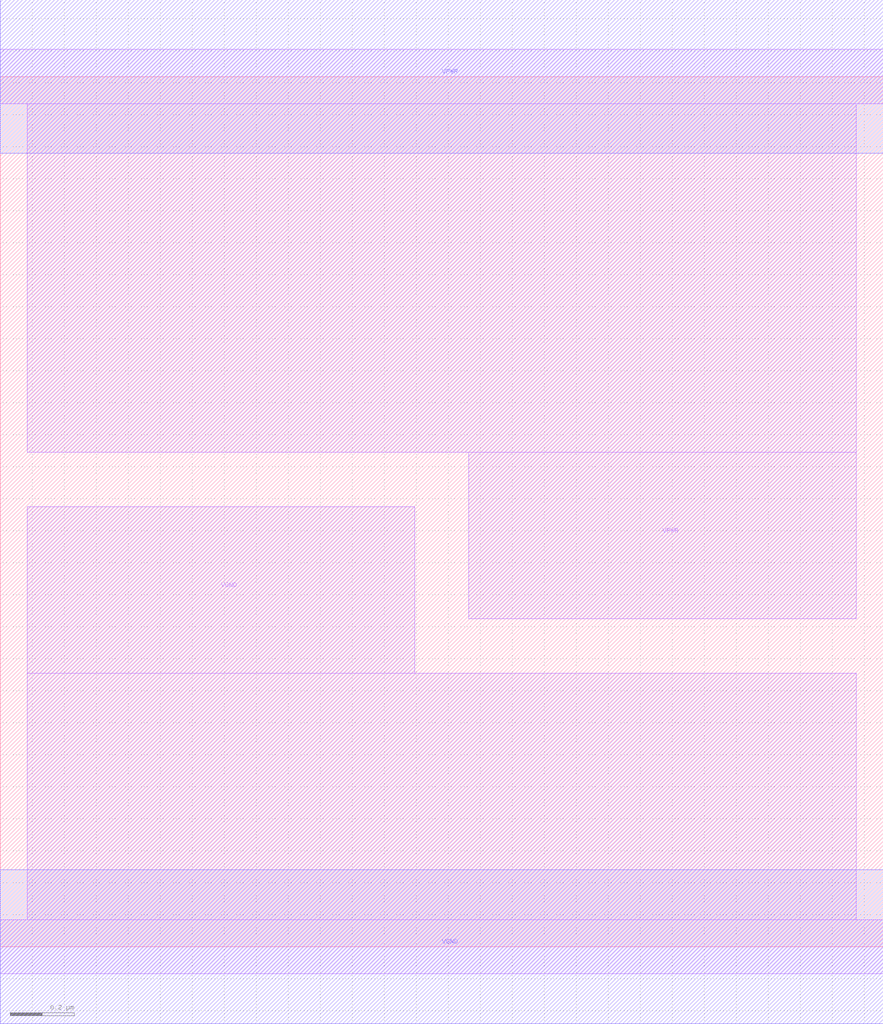
<source format=lef>
# Copyright 2020 The SkyWater PDK Authors
#
# Licensed under the Apache License, Version 2.0 (the "License");
# you may not use this file except in compliance with the License.
# You may obtain a copy of the License at
#
#     https://www.apache.org/licenses/LICENSE-2.0
#
# Unless required by applicable law or agreed to in writing, software
# distributed under the License is distributed on an "AS IS" BASIS,
# WITHOUT WARRANTIES OR CONDITIONS OF ANY KIND, either express or implied.
# See the License for the specific language governing permissions and
# limitations under the License.
#
# SPDX-License-Identifier: Apache-2.0

VERSION 5.5 ;
NAMESCASESENSITIVE ON ;
BUSBITCHARS "[]" ;
DIVIDERCHAR "/" ;
MACRO sky130_fd_sc_hd__decap_6
  CLASS CORE ;
  SOURCE USER ;
  ORIGIN  0.000000  0.000000 ;
  SIZE  2.760000 BY  2.720000 ;
  SYMMETRY X Y R90 ;
  SITE unithd ;
  PIN VGND
    DIRECTION INOUT ;
    SHAPE ABUTMENT ;
    USE GROUND ;
    PORT
      LAYER li1 ;
        RECT 0.000000 -0.085000 2.760000 0.085000 ;
        RECT 0.085000  0.085000 2.675000 0.855000 ;
        RECT 0.085000  0.855000 1.295000 1.375000 ;
    END
    PORT
      LAYER met1 ;
        RECT 0.000000 -0.240000 2.760000 0.240000 ;
    END
  END VGND
  PIN VPWR
    DIRECTION INOUT ;
    SHAPE ABUTMENT ;
    USE POWER ;
    PORT
      LAYER li1 ;
        RECT 0.000000 2.635000 2.760000 2.805000 ;
        RECT 0.085000 1.545000 2.675000 2.635000 ;
        RECT 1.465000 1.025000 2.675000 1.545000 ;
    END
    PORT
      LAYER met1 ;
        RECT 0.000000 2.480000 2.760000 2.960000 ;
    END
  END VPWR
  OBS
  END
END sky130_fd_sc_hd__decap_6

</source>
